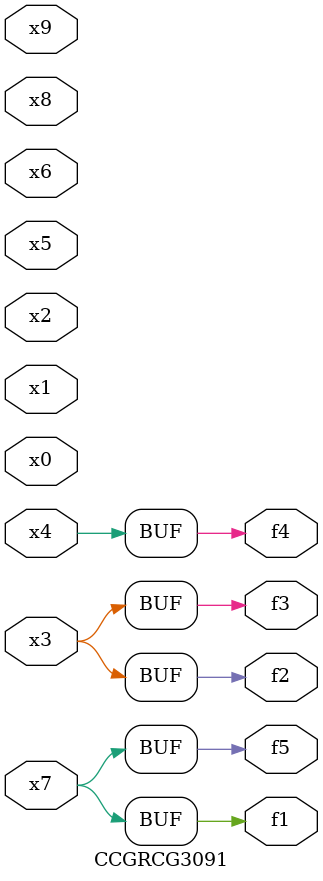
<source format=v>
module CCGRCG3091(
	input x0, x1, x2, x3, x4, x5, x6, x7, x8, x9,
	output f1, f2, f3, f4, f5
);
	assign f1 = x7;
	assign f2 = x3;
	assign f3 = x3;
	assign f4 = x4;
	assign f5 = x7;
endmodule

</source>
